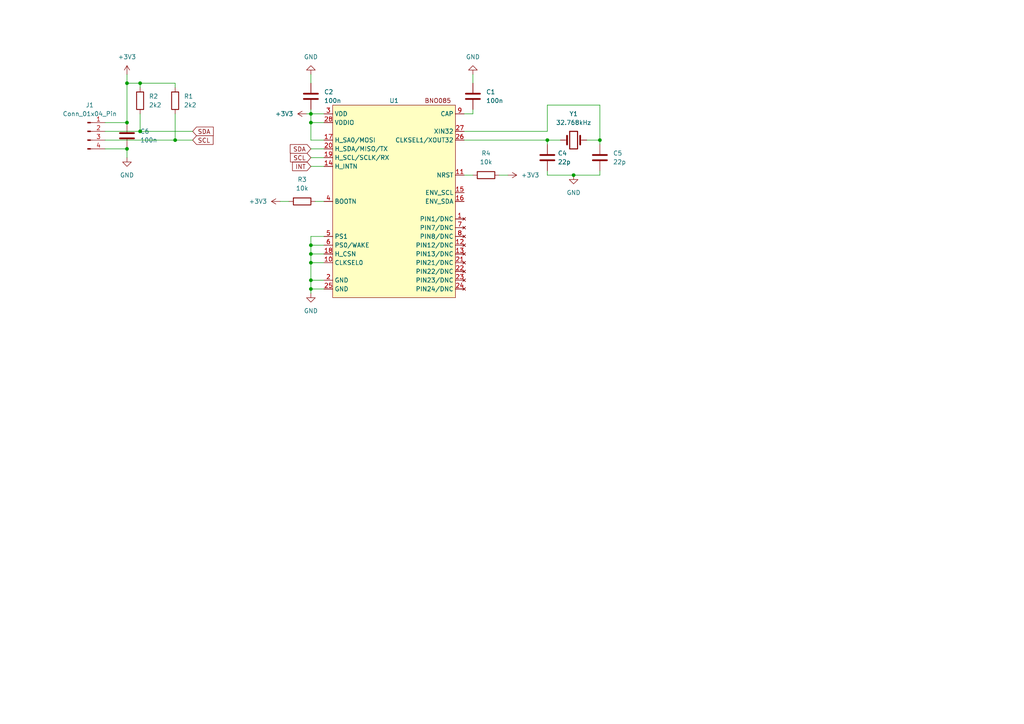
<source format=kicad_sch>
(kicad_sch (version 20230121) (generator eeschema)
  (paper "A4")
  (lib_symbols
    (symbol "Connector:Conn_01x04_Pin" (pin_names (offset 1.016) hide)
      (property "Reference" "J" (at 0 5.08 0))
      (property "Value" "Conn_01x04_Pin" (at 0 -7.62 0))
      (symbol "Conn_01x04_Pin_1_1"
        (polyline (pts (xy 1.27 -5.08) (xy 0.8636 -5.08)) (stroke (width 0.1524)))
        (polyline (pts (xy 1.27 -2.54) (xy 0.8636 -2.54)) (stroke (width 0.1524)))
        (polyline (pts (xy 1.27 0) (xy 0.8636 0)) (stroke (width 0.1524)))
        (polyline (pts (xy 1.27 2.54) (xy 0.8636 2.54)) (stroke (width 0.1524)))
        (rectangle (start 0.8636 -4.953) (end 0 -5.207) (stroke (width 0.1524)) (fill (type outline)))
        (rectangle (start 0.8636 -2.413) (end 0 -2.667) (stroke (width 0.1524)) (fill (type outline)))
        (rectangle (start 0.8636 0.127) (end 0 -0.127) (stroke (width 0.1524)) (fill (type outline)))
        (rectangle (start 0.8636 2.667) (end 0 2.413) (stroke (width 0.1524)) (fill (type outline)))
        (pin passive line (at 5.08 2.54 180) (length 3.81) (name "Pin_1") (number "1"))
        (pin passive line (at 5.08 0 180) (length 3.81) (name "Pin_2") (number "2"))
        (pin passive line (at 5.08 -2.54 180) (length 3.81) (name "Pin_3") (number "3"))
        (pin passive line (at 5.08 -5.08 180) (length 3.81) (name "Pin_4") (number "4"))
      )
    )
    (symbol "Device:C" (pin_numbers hide) (pin_names (offset 0.254))
      (property "Reference" "C" (at 0.635 2.54 0))
      (property "Value" "C" (at 0.635 -2.54 0))
      (symbol "C_0_1"
        (polyline (pts (xy -2.032 -0.762) (xy 2.032 -0.762)) (stroke (width 0.508)))
        (polyline (pts (xy -2.032 0.762) (xy 2.032 0.762)) (stroke (width 0.508)))
      )
      (symbol "C_1_1"
        (pin passive line (at 0 3.81 270) (length 2.794) (name "~") (number "1"))
        (pin passive line (at 0 -3.81 90) (length 2.794) (name "~") (number "2"))
      )
    )
    (symbol "Device:Crystal" (pin_numbers hide) (pin_names (offset 1.016) hide)
      (property "Reference" "Y" (at 0 3.81 0))
      (property "Value" "Crystal" (at 0 -3.81 0))
      (symbol "Crystal_0_1"
        (rectangle (start -1.143 2.54) (end 1.143 -2.54) (stroke (width 0.3048)))
        (polyline (pts (xy -2.54 0) (xy -1.905 0)))
        (polyline (pts (xy -1.905 -1.27) (xy -1.905 1.27)) (stroke (width 0.508)))
        (polyline (pts (xy 1.905 -1.27) (xy 1.905 1.27)) (stroke (width 0.508)))
        (polyline (pts (xy 2.54 0) (xy 1.905 0)))
      )
      (symbol "Crystal_1_1"
        (pin passive line (at -3.81 0 0) (length 1.27) (name "1") (number "1"))
        (pin passive line (at 3.81 0 180) (length 1.27) (name "2") (number "2"))
      )
    )
    (symbol "Device:R" (pin_numbers hide) (pin_names (offset 0))
      (property "Reference" "R" (at 2.032 0 90))
      (property "Value" "R" (at 0 0 90))
      (symbol "R_0_1"
        (rectangle (start -1.016 -2.54) (end 1.016 2.54) (stroke (width 0.254)))
      )
      (symbol "R_1_1"
        (pin passive line (at 0 3.81 270) (length 1.27) (name "~") (number "1"))
        (pin passive line (at 0 -3.81 90) (length 1.27) (name "~") (number "2"))
      )
    )
    (symbol "IMUs:BNO085"
      (property "Reference" "U" (at 0 27.94 0))
      (property "Footprint" "Package_LGA:LGA-28_5.2x3.8mm_P0.5mm" (at 0 -30.48 0) (show_name))
      (symbol "BNO085_1_1"
        (rectangle (start -17.78 26.67) (end 17.78 -29.21) (fill (type background)))
        (text "BNO085" (at 12.7 27.94 0) (effects (font (size 1.27 1.27))))
        (pin no_connect line (at 20.32 -6.35 180) (length 2.54) (name "PIN1/DNC") (number "1"))
        (pin input line (at -20.32 -19.05 0) (length 2.54) (name "CLKSEL0") (number "10"))
        (pin input line (at 20.32 6.35 180) (length 2.54) (name "NRST") (number "11"))
        (pin no_connect line (at 20.32 -13.97 180) (length 2.54) (name "PIN12/DNC") (number "12"))
        (pin no_connect line (at 20.32 -16.51 180) (length 2.54) (name "PIN13/DNC") (number "13"))
        (pin output line (at -20.32 8.89 0) (length 2.54) (name "H_INTN") (number "14"))
        (pin bidirectional line (at 20.32 1.27 180) (length 2.54) (name "ENV_SCL") (number "15"))
        (pin bidirectional line (at 20.32 -1.27 180) (length 2.54) (name "ENV_SDA") (number "16"))
        (pin input line (at -20.32 16.51 0) (length 2.54) (name "H_SA0/MOSI") (number "17"))
        (pin input line (at -20.32 -16.51 0) (length 2.54) (name "H_CSN") (number "18"))
        (pin bidirectional line (at -20.32 11.43 0) (length 2.54) (name "H_SCL/SCLK/RX") (number "19"))
        (pin power_in line (at -20.32 -24.13 0) (length 2.54) (name "GND") (number "2"))
        (pin bidirectional line (at -20.32 13.97 0) (length 2.54) (name "H_SDA/MISO/TX") (number "20"))
        (pin no_connect line (at 20.32 -19.05 180) (length 2.54) (name "PIN21/DNC") (number "21"))
        (pin no_connect line (at 20.32 -21.59 180) (length 2.54) (name "PIN22/DNC") (number "22"))
        (pin no_connect line (at 20.32 -24.13 180) (length 2.54) (name "PIN23/DNC") (number "23"))
        (pin no_connect line (at 20.32 -26.67 180) (length 2.54) (name "PIN24/DNC") (number "24"))
        (pin power_in line (at -20.32 -26.67 0) (length 2.54) (name "GND") (number "25"))
        (pin output line (at 20.32 16.51 180) (length 2.54) (name "CLKSEL1/XOUT32") (number "26"))
        (pin input line (at 20.32 19.05 180) (length 2.54) (name "XIN32") (number "27"))
        (pin power_in line (at -20.32 21.59 0) (length 2.54) (name "VDDIO") (number "28"))
        (pin power_in line (at -20.32 24.13 0) (length 2.54) (name "VDD") (number "3"))
        (pin input line (at -20.32 -1.27 0) (length 2.54) (name "BOOTN") (number "4"))
        (pin input line (at -20.32 -11.43 0) (length 2.54) (name "PS1") (number "5"))
        (pin input line (at -20.32 -13.97 0) (length 2.54) (name "PS0/WAKE") (number "6"))
        (pin no_connect line (at 20.32 -8.89 180) (length 2.54) (name "PIN7/DNC") (number "7"))
        (pin no_connect line (at 20.32 -11.43 180) (length 2.54) (name "PIN8/DNC") (number "8"))
        (pin input line (at 20.32 24.13 180) (length 2.54) (name "CAP") (number "9"))
      )
    )
    (symbol "power:+3V3" (power) (pin_names (offset 0))
      (property "Value" "+3V3" (at 0 3.556 0))
      (symbol "+3V3_0_1"
        (polyline (pts (xy -0.762 1.27) (xy 0 2.54)))
        (polyline (pts (xy 0 0) (xy 0 2.54)))
        (polyline (pts (xy 0 2.54) (xy 0.762 1.27)))
      )
      (symbol "+3V3_1_1"
        (pin power_in line (at 0 0 90) (length 0) hide (name "+3V3") (number "1"))
      )
    )
    (symbol "power:GND" (power) (pin_names (offset 0))
      (property "Value" "GND" (at 0 -3.81 0))
      (symbol "GND_0_1"
        (polyline (pts (xy 0 0) (xy 0 -1.27) (xy 1.27 -1.27) (xy 0 -2.54) (xy -1.27 -1.27) (xy 0 -1.27)))
      )
      (symbol "GND_1_1"
        (pin power_in line (at 0 0 270) (length 0) hide (name "GND") (number "1"))
      )
    )
  )
  (junction (at 90.17 73.66))
  (junction (at 90.17 81.28))
  (junction (at 50.8 40.64))
  (junction (at 166.37 50.8))
  (junction (at 90.17 71.12))
  (junction (at 90.17 76.2))
  (junction (at 90.17 33.02))
  (junction (at 36.83 43.18))
  (junction (at 90.17 35.56))
  (junction (at 40.64 38.1))
  (junction (at 173.99 40.64))
  (junction (at 36.83 24.13))
  (junction (at 40.64 24.13))
  (junction (at 36.83 35.56))
  (junction (at 90.17 83.82))
  (junction (at 158.75 40.64))
  (wire (pts (xy 90.17 73.66) (xy 93.98 73.66)))
  (wire (pts (xy 36.83 45.72) (xy 36.83 43.18)))
  (wire (pts (xy 36.83 35.56) (xy 36.83 24.13)))
  (wire (pts (xy 158.75 40.64) (xy 158.75 41.91)))
  (wire (pts (xy 170.18 40.64) (xy 173.99 40.64)))
  (wire (pts (xy 173.99 30.48) (xy 173.99 40.64)))
  (wire (pts (xy 90.17 43.18) (xy 93.98 43.18)))
  (wire (pts (xy 36.83 24.13) (xy 36.83 21.59)))
  (wire (pts (xy 50.8 40.64) (xy 30.48 40.64)))
  (wire (pts (xy 40.64 33.02) (xy 40.64 38.1)))
  (wire (pts (xy 173.99 40.64) (xy 173.99 41.91)))
  (wire (pts (xy 166.37 50.8) (xy 173.99 50.8)))
  (wire (pts (xy 173.99 50.8) (xy 173.99 49.53)))
  (wire (pts (xy 40.64 24.13) (xy 50.8 24.13)))
  (wire (pts (xy 90.17 35.56) (xy 90.17 40.64)))
  (wire (pts (xy 90.17 83.82) (xy 93.98 83.82)))
  (wire (pts (xy 90.17 33.02) (xy 93.98 33.02)))
  (wire (pts (xy 158.75 38.1) (xy 158.75 30.48)))
  (wire (pts (xy 50.8 40.64) (xy 55.88 40.64)))
  (wire (pts (xy 90.17 81.28) (xy 90.17 83.82)))
  (wire (pts (xy 36.83 43.18) (xy 30.48 43.18)))
  (wire (pts (xy 90.17 33.02) (xy 90.17 31.75)))
  (wire (pts (xy 81.28 58.42) (xy 83.82 58.42)))
  (wire (pts (xy 137.16 33.02) (xy 137.16 31.75)))
  (wire (pts (xy 134.62 33.02) (xy 137.16 33.02)))
  (wire (pts (xy 91.44 58.42) (xy 93.98 58.42)))
  (wire (pts (xy 40.64 38.1) (xy 55.88 38.1)))
  (wire (pts (xy 90.17 76.2) (xy 90.17 81.28)))
  (wire (pts (xy 90.17 21.59) (xy 90.17 24.13)))
  (wire (pts (xy 90.17 71.12) (xy 93.98 71.12)))
  (wire (pts (xy 50.8 24.13) (xy 50.8 25.4)))
  (wire (pts (xy 90.17 68.58) (xy 90.17 71.12)))
  (wire (pts (xy 93.98 81.28) (xy 90.17 81.28)))
  (wire (pts (xy 162.56 40.64) (xy 158.75 40.64)))
  (wire (pts (xy 90.17 48.26) (xy 93.98 48.26)))
  (wire (pts (xy 90.17 35.56) (xy 93.98 35.56)))
  (wire (pts (xy 36.83 24.13) (xy 40.64 24.13)))
  (wire (pts (xy 134.62 38.1) (xy 158.75 38.1)))
  (wire (pts (xy 40.64 24.13) (xy 40.64 25.4)))
  (wire (pts (xy 158.75 49.53) (xy 158.75 50.8)))
  (wire (pts (xy 134.62 50.8) (xy 137.16 50.8)))
  (wire (pts (xy 158.75 30.48) (xy 173.99 30.48)))
  (wire (pts (xy 158.75 50.8) (xy 166.37 50.8)))
  (wire (pts (xy 144.78 50.8) (xy 147.32 50.8)))
  (wire (pts (xy 90.17 40.64) (xy 93.98 40.64)))
  (wire (pts (xy 90.17 45.72) (xy 93.98 45.72)))
  (wire (pts (xy 40.64 38.1) (xy 30.48 38.1)))
  (wire (pts (xy 90.17 73.66) (xy 90.17 76.2)))
  (wire (pts (xy 90.17 83.82) (xy 90.17 85.09)))
  (wire (pts (xy 90.17 35.56) (xy 90.17 33.02)))
  (wire (pts (xy 90.17 76.2) (xy 93.98 76.2)))
  (wire (pts (xy 134.62 40.64) (xy 158.75 40.64)))
  (wire (pts (xy 93.98 68.58) (xy 90.17 68.58)))
  (wire (pts (xy 88.9 33.02) (xy 90.17 33.02)))
  (wire (pts (xy 50.8 33.02) (xy 50.8 40.64)))
  (wire (pts (xy 137.16 21.59) (xy 137.16 24.13)))
  (wire (pts (xy 90.17 71.12) (xy 90.17 73.66)))
  (wire (pts (xy 30.48 35.56) (xy 36.83 35.56)))
  (global_label "SCL" (shape input) (at 90.17 45.72 180) (property "Intersheetrefs" "${INTERSHEET_REFS}" (effects hide)))
  (global_label "SDA" (shape input) (at 90.17 43.18 180) (property "Intersheetrefs" "${INTERSHEET_REFS}" (effects hide)))
  (global_label "SDA" (shape input) (at 55.88 38.1 0) (property "Intersheetrefs" "${INTERSHEET_REFS}" (effects hide)))
  (global_label "SCL" (shape input) (at 55.88 40.64 0) (property "Intersheetrefs" "${INTERSHEET_REFS}" (effects hide)))
  (global_label "INT" (shape input) (at 90.17 48.26 180) (property "Intersheetrefs" "${INTERSHEET_REFS}" (effects hide)))
  (symbol (lib_id "Device:R") (at 140.97 50.8 270) (unit 1)
    (property "Reference" "R4" (at 140.97 44.45 90))
    (property "Value" "10k" (at 140.97 46.99 90))
    (property "Footprint" "Resistor_SMD:R_0402_1005Metric" (effects hide))
  )
  (symbol (lib_id "Device:R") (at 50.8 29.21 0) (unit 1)
    (property "Reference" "R1" (at 53.34 27.94 0) (effects (justify left)))
    (property "Value" "2k2" (at 53.34 30.48 0) (effects (justify left)))
    (property "Footprint" "Resistor_SMD:R_0402_1005Metric" (effects hide))
  )
  (symbol (lib_id "Device:C") (at 36.83 39.37 0) (unit 1)
    (property "Reference" "C6" (at 40.64 38.1 0) (effects (justify left)))
    (property "Value" "100n" (at 40.64 40.64 0) (effects (justify left)))
    (property "Footprint" "Capacitor_SMD:C_0402_1005Metric" (effects hide))
  )
  (symbol (lib_id "Device:C") (at 137.16 27.94 0) (unit 1)
    (property "Reference" "C1" (at 140.97 26.67 0) (effects (justify left)))
    (property "Value" "100n" (at 140.97 29.21 0) (effects (justify left)))
    (property "Footprint" "Capacitor_SMD:C_0402_1005Metric" (effects hide))
  )
  (symbol (lib_id "power:+3V3") (at 88.9 33.02 90) (unit 1)
    (property "Reference" "#PWR02" (effects hide))
    (property "Value" "+3V3" (at 85.09 33.02 90) (effects (justify left)))
  )
  (symbol (lib_id "power:+3V3") (at 36.83 21.59 0) (unit 1)
    (property "Reference" "#PWR011" (effects hide))
    (property "Value" "+3V3" (at 36.83 16.51 0))
  )
  (symbol (lib_id "Device:C") (at 173.99 45.72 0) (unit 1)
    (property "Reference" "C5" (at 177.8 44.45 0) (effects (justify left)))
    (property "Value" "22p" (at 177.8 46.99 0) (effects (justify left)))
    (property "Footprint" "Capacitor_SMD:C_0402_1005Metric" (effects hide))
  )
  (symbol (lib_id "Connector:Conn_01x04_Pin") (at 25.4 38.1 0) (unit 1)
    (property "Reference" "J1" (at 26.035 30.48 0))
    (property "Value" "Conn_01x04_Pin" (at 26.035 33.02 0))
    (property "Footprint" "Connector_JST:JST_SH_SM04B-SRSS-TB_1x04-1MP_P1.00mm_Horizontal" (effects hide))
  )
  (symbol (lib_id "IMUs:BNO085") (at 114.3 57.15 0) (unit 1)
    (property "Reference" "U1" (at 114.3 29.21 0))
    (property "Footprint" "Package_LGA:LGA-28_5.2x3.8mm_P0.5mm" (effects hide))
  )
  (symbol (lib_id "power:GND") (at 90.17 21.59 180) (unit 1)
    (property "Reference" "#PWR06" (effects hide))
    (property "Value" "GND" (at 90.17 16.51 0))
  )
  (symbol (lib_id "power:+3V3") (at 81.28 58.42 90) (unit 1)
    (property "Reference" "#PWR08" (effects hide))
    (property "Value" "+3V3" (at 77.47 58.42 90) (effects (justify left)))
  )
  (symbol (lib_id "Device:C") (at 158.75 45.72 0) (unit 1)
    (property "Reference" "C4" (at 161.774 44.45 0) (effects (justify left)))
    (property "Value" "22p" (at 161.774 46.99 0) (effects (justify left)))
    (property "Footprint" "Capacitor_SMD:C_0402_1005Metric" (effects hide))
  )
  (symbol (lib_id "Device:Crystal") (at 166.37 40.64 0) (unit 1)
    (property "Reference" "Y1" (at 166.37 33.02 0))
    (property "Value" "32.768kHz" (at 166.37 35.56 0))
    (property "Footprint" "Crystal:Crystal_SMD_2012-2Pin_2.0x1.2mm" (effects hide))
  )
  (symbol (lib_id "power:GND") (at 90.17 85.09 0) (unit 1)
    (property "Reference" "#PWR03" (effects hide))
    (property "Value" "GND" (at 90.17 90.17 0))
  )
  (symbol (lib_id "power:GND") (at 166.37 50.8 0) (unit 1)
    (property "Reference" "#PWR010" (effects hide))
    (property "Value" "GND" (at 166.37 55.88 0))
  )
  (symbol (lib_id "Device:C") (at 90.17 27.94 0) (unit 1)
    (property "Reference" "C2" (at 93.98 26.67 0) (effects (justify left)))
    (property "Value" "100n" (at 93.98 29.21 0) (effects (justify left)))
    (property "Footprint" "Capacitor_SMD:C_0402_1005Metric" (effects hide))
  )
  (symbol (lib_id "power:GND") (at 137.16 21.59 180) (unit 1)
    (property "Reference" "#PWR01" (effects hide))
    (property "Value" "GND" (at 137.16 16.51 0))
  )
  (symbol (lib_id "power:+3V3") (at 147.32 50.8 270) (unit 1)
    (property "Reference" "#PWR09" (effects hide))
    (property "Value" "+3V3" (at 151.13 50.8 90) (effects (justify left)))
  )
  (symbol (lib_id "Device:R") (at 87.63 58.42 270) (unit 1)
    (property "Reference" "R3" (at 87.63 52.07 90))
    (property "Value" "10k" (at 87.63 54.61 90))
    (property "Footprint" "Resistor_SMD:R_0402_1005Metric" (effects hide))
  )
  (symbol (lib_id "Device:R") (at 40.64 29.21 0) (unit 1)
    (property "Reference" "R2" (at 43.18 27.94 0) (effects (justify left)))
    (property "Value" "2k2" (at 43.18 30.48 0) (effects (justify left)))
    (property "Footprint" "Resistor_SMD:R_0402_1005Metric" (effects hide))
  )
  (symbol (lib_id "power:GND") (at 36.83 45.72 0) (unit 1)
    (property "Reference" "#PWR012" (effects hide))
    (property "Value" "GND" (at 36.83 50.8 0))
  )
)
</source>
